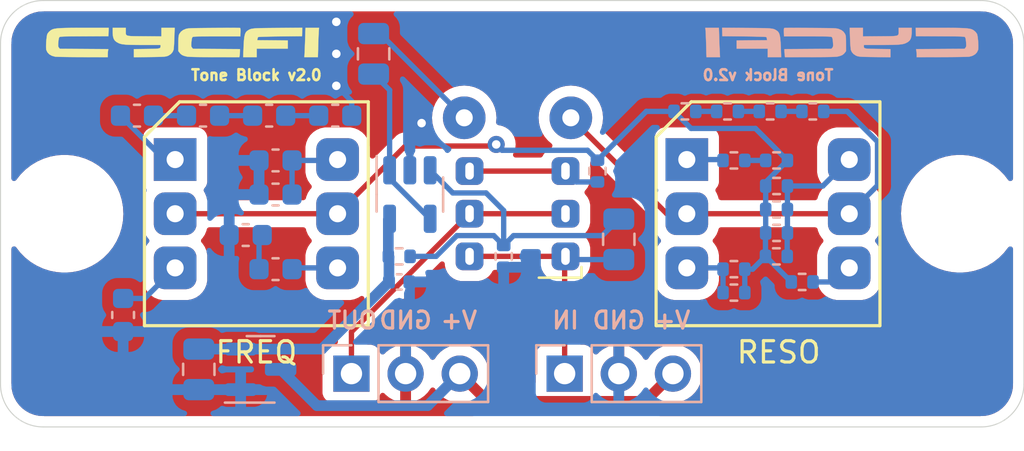
<source format=kicad_pcb>
(kicad_pcb (version 20211014) (generator pcbnew)
  (layers (0 "F.Cu" signal) (31 "B.Cu" signal) (34 "B.Paste" user) (35 "F.Paste" user) (36 "B.SilkS" user "B.Silkscreen") (37 "F.SilkS" user "F.Silkscreen") (38 "B.Mask" user) (39 "F.Mask" user) (44 "Edge.Cuts" user))
  (net 0 "")
  (net 1 "GND")
  (net 2 "reso_in")
  (net 3 "in")
  (net 4 "vcc")
  (net 5 "Net-(L1-Pad2)")
  (net 6 "out")
  (net 7 "v+")
  (net 8 "reso_out")
  (net 9 "/op+")
  (net 10 "/op_out")
  (net 11 "Net-(Q1-Pad8)")
  (net 12 "Net-(Q1-Pad4)")
  (net 13 "Net-(Q1-Pad2)")
  (net 14 "Net-(Q1-Pad1)")
  (net 15 "Net-(C10-Pad1)")
  (net 16 "Net-(C11-Pad1)")
  (net 17 "Net-(C10-Pad2)")
  (net 18 "Net-(C12-Pad2)")
  (net 19 "Net-(R3-Pad2)")
  (net 20 "Net-(R4-Pad2)")
  (net 21 "Net-(R5-Pad2)")
  (net 22 "Net-(R7-Pad2)")
  (net 23 "Net-(C5-Pad1)")
  (net 24 "Net-(C6-Pad1)")
  (net 25 "Net-(C7-Pad1)")
  (net 26 "Net-(C8-Pad1)")
  (net 27 "Net-(Freq1-PadC)")
  (footprint "cycfi_library:RS32716" (layer "F.Cu") (at 193 111)
    (fp_text reference "Freq1" hide)
    (fp_text value "RS32716C" hide)
    (fp_line (start 5.25 5.25) (end -5.25 5.25) (layer "F.SilkS") (width 0.15))
    (fp_line (start 5.25 -5.25) (end 5.25 5.25) (layer "F.SilkS") (width 0.15))
    (fp_line (start -5.25 -3.6) (end -3.6 -5.25) (layer "F.SilkS") (width 0.15))
    (fp_line (start -5.25 5.25) (end -5.25 -3.6) (layer "F.SilkS") (width 0.15))
    (fp_line (start -3.6 -5.25) (end 5.25 -5.25) (layer "F.SilkS") (width 0.15))
    (pad "1" thru_hole rect (at -3.81 -2.54) (size 2 2) (drill 0.8) (layers *.Cu *.Mask) (net 23 "Net-(C5-Pad1)"))
    (pad "2" thru_hole roundrect (at 3.81 2.54) (size 2 2) (drill 0.8) (layers *.Cu *.Mask) (net 24 "Net-(C6-Pad1)"))
    (pad "4" thru_hole roundrect (at -3.81 2.54) (size 2 2) (drill 0.8) (layers *.Cu *.Mask) (net 25 "Net-(C7-Pad1)"))
    (pad "8" thru_hole roundrect (at 3.81 -2.54) (size 2 2) (drill 0.8) (layers *.Cu *.Mask) (net 26 "Net-(C8-Pad1)"))
    (pad "C" thru_hole roundrect (at -3.81 0) (size 2 2) (drill 0.8) (layers *.Cu *.Mask) (net 27 "Net-(Freq1-PadC)"))
    (pad "C" thru_hole roundrect (at 3.81 0) (size 2 2) (drill 0.8) (layers *.Cu *.Mask) (net 27 "Net-(Freq1-PadC)"))
  )
  (footprint "cycfi_library:self_clinching_m3" (layer "F.Cu") (at 184 111)
    (fp_text reference "H1" hide)
    (fp_text value "MountingHole" hide)
    (pad "" np_thru_hole circle (at 0 0) (size 4.5 4.5) (drill 4.5) (layers *.Cu *.Mask))
  )
  (footprint "cycfi_library:RS32716" (layer "F.Cu") (at 217 111)
    (fp_text reference "Q1" hide)
    (fp_text value "RS32716R" hide)
    (fp_line (start -5.25 5.25) (end -5.25 -3.6) (layer "F.SilkS") (width 0.15))
    (fp_line (start -5.25 -3.6) (end -3.6 -5.25) (layer "F.SilkS") (width 0.15))
    (fp_line (start 5.25 -5.25) (end 5.25 5.25) (layer "F.SilkS") (width 0.15))
    (fp_line (start 5.25 5.25) (end -5.25 5.25) (layer "F.SilkS") (width 0.15))
    (fp_line (start -3.6 -5.25) (end 5.25 -5.25) (layer "F.SilkS") (width 0.15))
    (pad "1" thru_hole rect (at -3.81 -2.54) (size 2 2) (drill 0.8) (layers *.Cu *.Mask) (net 14 "Net-(Q1-Pad1)"))
    (pad "2" thru_hole roundrect (at 3.81 2.54) (size 2 2) (drill 0.8) (layers *.Cu *.Mask) (net 13 "Net-(Q1-Pad2)"))
    (pad "4" thru_hole roundrect (at -3.81 2.54) (size 2 2) (drill 0.8) (layers *.Cu *.Mask) (net 12 "Net-(Q1-Pad4)"))
    (pad "8" thru_hole roundrect (at 3.81 -2.54) (size 2 2) (drill 0.8) (layers *.Cu *.Mask) (net 11 "Net-(Q1-Pad8)"))
    (pad "C" thru_hole roundrect (at 3.81 0) (size 2 2) (drill 0.8) (layers *.Cu *.Mask) (net 5 "Net-(L1-Pad2)"))
    (pad "C" thru_hole roundrect (at -3.81 0) (size 2 2) (drill 0.8) (layers *.Cu *.Mask) (net 5 "Net-(L1-Pad2)"))
  )
  (footprint "cycfi_library:cycfi-logo-12mm" (layer "F.Cu") (at 189.5 103)
    (fp_text reference "G***" hide)
    (fp_text value "LOGO" hide)
    (fp_poly (pts (xy 6.427196 -0.555625) (xy 6.422937 -0.487314) (xy 6.418036 -0.385011) (xy 6.412818 -0.257049) (xy 6.40761 -0.111758) (xy 6.40274 0.042531) (xy 6.400214 0.132292) (xy 6.38617 0.656167) (xy 5.751894 0.656167) (xy 5.764853 0.407459) (xy 5.769694 0.305374) (xy 5.775268 0.172888) (xy 5.781114 0.021915) (xy 5.786769 -0.135631) (xy 5.791541 -0.280458) (xy 5.805271 -0.719666) (xy 6.440133 -0.719666) (xy 6.427196 -0.555625)) (layer "F.SilkS") (width 0.01) (fill solid))
    (fp_poly (pts (xy -3.433497 -0.523875) (xy -3.439583 -0.328083) (xy -4.574176 -0.322609) (xy -4.823285 -0.321327) (xy -5.03347 -0.320001) (xy -5.208141 -0.318508) (xy -5.350708 -0.316723) (xy -5.46458 -0.314524) (xy -5.553168 -0.311786) (xy -5.61988 -0.308387) (xy -5.668126 -0.304202) (xy -5.701317 -0.299108) (xy -5.722861 -0.292981) (xy -5.736168 -0.285698) (xy -5.742025 -0.280276) (xy -5.762828 -0.235783) (xy -5.778991 -0.152616) (xy -5.789938 -0.042333) (xy -5.796037 0.053263) (xy -5.79682 0.116947) (xy -5.791149 0.158934) (xy -5.777888 0.18944) (xy -5.761682 0.211667) (xy -5.718769 0.264584) (xy -4.58194 0.271367) (xy -3.445112 0.278151) (xy -3.45799 0.356034) (xy -3.465768 0.425199) (xy -3.470481 0.50958) (xy -3.4711 0.545042) (xy -3.471333 0.656167) (xy -4.651375 0.653692) (xy -4.874741 0.652897) (xy -5.088305 0.65151) (xy -5.287778 0.649601) (xy -5.46887 0.64724) (xy -5.62729 0.644496) (xy -5.758751 0.641441) (xy -5.858961 0.638144) (xy -5.92363 0.634675) (xy -5.943241 0.632599) (xy -6.091356 0.591407) (xy -6.211051 0.523044) (xy -6.299432 0.429729) (xy -6.352026 0.319085) (xy -6.360918 0.260719) (xy -6.364185 0.172024) (xy -6.362512 0.063127) (xy -6.356581 -0.055848) (xy -6.347076 -0.174775) (xy -6.334681 -0.283528) (xy -6.320079 -0.371982) (xy -6.303955 -0.430012) (xy -6.301019 -0.436303) (xy -6.233427 -0.528814) (xy -6.14091 -0.606798) (xy -6.074602 -0.64263) (xy -6.030154 -0.658778) (xy -5.977749 -0.672584) (xy -5.913992 -0.684218) (xy -5.835494 -0.693851) (xy -5.738861 -0.701656) (xy -5.620701 -0.707802) (xy -5.477623 -0.712462) (xy -5.306233 -0.715807) (xy -5.103142 -0.718008) (xy -4.864955 -0.719235) (xy -4.588281 -0.719661) (xy -4.548507 -0.719666) (xy -3.427411 -0.719666) (xy -3.433497 -0.523875)) (layer "F.SilkS") (width 0.01) (fill solid))
    (fp_poly (pts (xy 5.647022 -0.525349) (xy 5.640917 -0.328083) (xy 4.620668 -0.3175) (xy 4.373222 -0.314499) (xy 4.155546 -0.310966) (xy 3.969629 -0.306961) (xy 3.817462 -0.302545) (xy 3.701035 -0.297778) (xy 3.622339 -0.292722) (xy 3.583365 -0.287438) (xy 3.579647 -0.28575) (xy 3.562517 -0.250644) (xy 3.552145 -0.201083) (xy 3.545417 -0.137583) (xy 4.974167 -0.126437) (xy 4.974167 0.254) (xy 3.513667 0.254) (xy 3.513667 0.656167) (xy 2.884029 0.656167) (xy 2.893366 0.365125) (xy 2.901406 0.147314) (xy 2.910825 -0.032472) (xy 2.922507 -0.17854) (xy 2.937334 -0.295194) (xy 2.956186 -0.386742) (xy 2.979947 -0.457489) (xy 3.009498 -0.51174) (xy 3.045721 -0.553801) (xy 3.088463 -0.587291) (xy 3.126564 -0.612116) (xy 3.162878 -0.633239) (xy 3.201054 -0.650986) (xy 3.244737 -0.665683) (xy 3.297576 -0.677656) (xy 3.363218 -0.687231) (xy 3.445308 -0.694733) (xy 3.547496 -0.700487) (xy 3.673428 -0.70482) (xy 3.82675 -0.708057) (xy 4.011111 -0.710524) (xy 4.230158 -0.712546) (xy 4.487537 -0.714449) (xy 4.514606 -0.714639) (xy 5.653128 -0.722613) (xy 5.647022 -0.525349)) (layer "F.SilkS") (width 0.01) (fill solid))
    (fp_poly (pts (xy -2.624666 -0.564197) (xy -2.625263 -0.506358) (xy -2.624542 -0.458817) (xy -2.618735 -0.420537) (xy -2.604073 -0.390483) (xy -2.57679 -0.367618) (xy -2.533117 -0.350906) (xy -2.469286 -0.339312) (xy -2.381529 -0.331799) (xy -2.266079 -0.32733) (xy -2.119167 -0.324871) (xy -1.937025 -0.323385) (xy -1.744052 -0.322055) (xy -0.9525 -0.316027) (xy -0.9525 -0.719666) (xy -0.332129 -0.719666) (xy -0.347027 -0.248708) (xy -0.352474 -0.105526) (xy -0.359294 0.028892) (xy -0.366963 0.146846) (xy -0.374957 0.24064) (xy -0.382753 0.302574) (xy -0.385404 0.315567) (xy -0.431879 0.418739) (xy -0.512013 0.509534) (xy -0.617327 0.579636) (xy -0.681458 0.605888) (xy -0.717996 0.616114) (xy -0.762052 0.62449) (xy -0.818388 0.631272) (xy -0.891761 0.636716) (xy -0.986931 0.641081) (xy -1.108656 0.644623) (xy -1.261696 0.647598) (xy -1.450809 0.650264) (xy -1.518708 0.651082) (xy -2.243666 0.659555) (xy -2.243666 0.278655) (xy -1.654219 0.271619) (xy -1.469956 0.269181) (xy -1.323652 0.266196) (xy -1.210932 0.261828) (xy -1.127425 0.255241) (xy -1.068755 0.245599) (xy -1.030549 0.232065) (xy -1.008433 0.213805) (xy -0.998034 0.189981) (xy -0.994979 0.159759) (xy -0.994833 0.145575) (xy -0.994833 0.084667) (xy -1.772708 0.084013) (xy -2.015639 0.083284) (xy -2.220426 0.081341) (xy -2.391245 0.077887) (xy -2.532276 0.072621) (xy -2.647698 0.065248) (xy -2.741688 0.055469) (xy -2.818425 0.042985) (xy -2.882087 0.027499) (xy -2.936853 0.008712) (xy -2.959072 -0.000616) (xy -3.065769 -0.058164) (xy -3.143268 -0.126926) (xy -3.195253 -0.213675) (xy -3.22541 -0.325181) (xy -3.237424 -0.468217) (xy -3.238035 -0.513291) (xy -3.2385 -0.719666) (xy -2.624666 -0.719666) (xy -2.624666 -0.564197)) (layer "F.SilkS") (width 0.01) (fill solid))
    (fp_poly (pts (xy 2.458289 -0.717293) (xy 2.579643 -0.716703) (xy 2.669247 -0.715753) (xy 2.723241 -0.714444) (xy 2.738007 -0.713246) (xy 2.750615 -0.688425) (xy 2.756507 -0.625109) (xy 2.755822 -0.521694) (xy 2.755456 -0.510748) (xy 2.748662 -0.3175) (xy 1.642195 -0.3175) (xy 1.396808 -0.317428) (xy 1.190284 -0.317135) (xy 1.019152 -0.316507) (xy 0.879941 -0.315427) (xy 0.76918 -0.31378) (xy 0.6834 -0.311452) (xy 0.619129 -0.308326) (xy 0.572897 -0.304288) (xy 0.541233 -0.299223) (xy 0.520666 -0.293014) (xy 0.507727 -0.285548) (xy 0.501437 -0.279609) (xy 0.480977 -0.238706) (xy 0.465454 -0.164463) (xy 0.454005 -0.052619) (xy 0.453209 -0.041484) (xy 0.447454 0.053968) (xy 0.446959 0.117538) (xy 0.452902 0.15948) (xy 0.466464 0.190049) (xy 0.482335 0.211667) (xy 0.525398 0.264584) (xy 2.7305 0.2782) (xy 2.7305 0.368979) (xy 2.727317 0.450662) (xy 2.719428 0.539093) (xy 2.71704 0.557963) (xy 2.703579 0.656167) (xy 1.526415 0.654484) (xy 1.251761 0.653839) (xy 1.016478 0.652705) (xy 0.817604 0.651012) (xy 0.652178 0.648694) (xy 0.51724 0.645682) (xy 0.409827 0.64191) (xy 0.32698 0.637308) (xy 0.265738 0.63181) (xy 0.223138 0.625347) (xy 0.219468 0.624575) (xy 0.098793 0.592132) (xy 0.009362 0.551688) (xy -0.059866 0.497244) (xy -0.099447 0.451258) (xy -0.15875 0.373305) (xy -0.157507 0.012028) (xy -0.156612 -0.12237) (xy -0.15446 -0.221985) (xy -0.150256 -0.294363) (xy -0.143203 -0.347051) (xy -0.132506 -0.387597) (xy -0.11737 -0.423547) (xy -0.110077 -0.437982) (xy -0.03867 -0.537444) (xy 0.06206 -0.613809) (xy 0.1905 -0.668872) (xy 0.218662 -0.677053) (xy 0.251395 -0.684041) (xy 0.292246 -0.689957) (xy 0.344758 -0.694926) (xy 0.412477 -0.699069) (xy 0.498947 -0.70251) (xy 0.607713 -0.705372) (xy 0.74232 -0.707778) (xy 0.906311 -0.70985) (xy 1.103233 -0.711713) (xy 1.336629 -0.713487) (xy 1.510341 -0.714657) (xy 1.732554 -0.715943) (xy 1.942316 -0.716846) (xy 2.135765 -0.717368) (xy 2.309043 -0.717516) (xy 2.458289 -0.717293)) (layer "F.SilkS") (width 0.01) (fill solid))
  )
  (footprint "cycfi_library:self_clinching_m3" (layer "F.Cu") (at 226 111)
    (fp_text reference "H2" hide)
    (fp_text value "MountingHole" hide)
    (pad "" np_thru_hole circle (at 0 0) (size 4.5 4.5) (drill 4.5) (layers *.Cu *.Mask))
  )
  (footprint "cycfi_library:PS5801" (layer "F.Cu") (at 207.5 113)
    (fp_text reference "SW1" hide)
    (fp_text value "DPDT")
    (fp_line (start -1.25 1) (end 0.75 1) (layer "F.SilkS") (width 0.12))
    (fp_line (start 0.75 1) (end 0.75 0.5) (layer "F.SilkS") (width 0.12))
    (pad "1" thru_hole roundrect (at 0 0) (size 1.3 1.3) (drill oval 0.4 0.8) (layers *.Cu *.Mask) (net 3 "in"))
    (pad "2" thru_hole roundrect (at 0 -2) (size 1.3 1.3) (drill oval 0.4 0.8) (layers *.Cu *.Mask) (net 6 "out"))
    (pad "3" thru_hole roundrect (at 0 -4) (size 1.3 1.3) (drill oval 0.4 0.8) (layers *.Cu *.Mask) (net 8 "reso_out"))
    (pad "4" thru_hole roundrect (at -4.5 0) (size 1.3 1.3) (drill oval 0.4 0.8) (layers *.Cu *.Mask) (net 3 "in"))
    (pad "5" thru_hole roundrect (at -4.5 -2) (size 1.3 1.3) (drill oval 0.4 0.8) (layers *.Cu *.Mask) (net 6 "out"))
    (pad "6" thru_hole roundrect (at -4.5 -4) (size 1.3 1.3) (drill oval 0.4 0.8) (layers *.Cu *.Mask) (net 8 "reso_out"))
  )
  (footprint "Capacitor_SMD:C_0402_1005Metric" (layer "B.Cu") (at 199.7 114.2 180)
    (fp_text reference "C2" hide)
    (fp_text value "100nF")
    (fp_line (start -0.107836 0.36) (end 0.107836 0.36) (layer "B.SilkS") (width 0.12))
    (fp_line (start -0.107836 -0.36) (end 0.107836 -0.36) (layer "B.SilkS") (width 0.12))
    (pad "1" smd roundrect (at -0.48 0 180) (size 0.56 0.62) (layers "B.Cu" "B.Paste" "B.Mask") (net 1 "GND"))
    (pad "2" smd roundrect (at 0.48 0 180) (size 0.56 0.62) (layers "B.Cu" "B.Paste" "B.Mask") (net 4 "vcc"))
  )
  (footprint "Capacitor_SMD:C_0805_2012Metric" (layer "B.Cu") (at 210 112.2 -90)
    (fp_text reference "C3" hide)
    (fp_text value "10uF")
    (fp_line (start -0.261252 -0.735) (end 0.261252 -0.735) (layer "B.SilkS") (width 0.12))
    (fp_line (start -0.261252 0.735) (end 0.261252 0.735) (layer "B.SilkS") (width 0.12))
    (pad "1" smd roundrect (at -0.95 0 270) (size 1 1.45) (layers "B.Cu" "B.Paste" "B.Mask") (net 9 "/op+"))
    (pad "2" smd roundrect (at 0.95 0 270) (size 1 1.45) (layers "B.Cu" "B.Paste" "B.Mask") (net 3 "in"))
  )
  (footprint "cycfi_library:tb_inductor" (layer "B.Cu") (at 205.25 106.5)
    (fp_text reference "L1" hide)
    (fp_text value "80mH")
    (pad "1" thru_hole circle (at -2.5 0) (size 2 2) (drill 0.8) (layers *.Cu *.Mask) (net 2 "reso_in"))
    (pad "2" thru_hole circle (at 2.5 0) (size 2 2) (drill 0.8) (layers *.Cu *.Mask) (net 5 "Net-(L1-Pad2)"))
  )
  (footprint "Resistor_SMD:R_0402_1005Metric" (layer "B.Cu") (at 204.6 113 -90)
    (fp_text reference "R2" hide)
    (fp_text value "100k")
    (fp_line (start -0.153641 0.38) (end 0.153641 0.38) (layer "B.SilkS") (width 0.12))
    (fp_line (start -0.153641 -0.38) (end 0.153641 -0.38) (layer "B.SilkS") (width 0.12))
    (pad "1" smd roundrect (at -0.51 0 270) (size 0.54 0.64) (layers "B.Cu" "B.Paste" "B.Mask") (net 9 "/op+"))
    (pad "2" smd roundrect (at 0.51 0 270) (size 0.54 0.64) (layers "B.Cu" "B.Paste" "B.Mask") (net 1 "GND"))
  )
  (footprint "Resistor_SMD:R_0402_1005Metric" (layer "B.Cu") (at 213.1 106.2)
    (fp_text reference "R3" hide)
    (fp_text value "330")
    (fp_line (start -0.153641 -0.38) (end 0.153641 -0.38) (layer "B.SilkS") (width 0.12))
    (fp_line (start -0.153641 0.38) (end 0.153641 0.38) (layer "B.SilkS") (width 0.12))
    (pad "1" smd roundrect (at -0.51 0) (size 0.54 0.64) (layers "B.Cu" "B.Paste" "B.Mask") (net 27 "Net-(Freq1-PadC)"))
    (pad "2" smd roundrect (at 0.51 0) (size 0.54 0.64) (layers "B.Cu" "B.Paste" "B.Mask") (net 19 "Net-(R3-Pad2)"))
  )
  (footprint "Resistor_SMD:R_0402_1005Metric" (layer "B.Cu") (at 215.1 106.2)
    (fp_text reference "R4" hide)
    (fp_text value "330")
    (fp_line (start -0.153641 0.38) (end 0.153641 0.38) (layer "B.SilkS") (width 0.12))
    (fp_line (start -0.153641 -0.38) (end 0.153641 -0.38) (layer "B.SilkS") (width 0.12))
    (pad "1" smd roundrect (at -0.51 0) (size 0.54 0.64) (layers "B.Cu" "B.Paste" "B.Mask") (net 19 "Net-(R3-Pad2)"))
    (pad "2" smd roundrect (at 0.51 0) (size 0.54 0.64) (layers "B.Cu" "B.Paste" "B.Mask") (net 20 "Net-(R4-Pad2)"))
  )
  (footprint "Resistor_SMD:R_0402_1005Metric" (layer "B.Cu") (at 217.1 106.2)
    (fp_text reference "R5" hide)
    (fp_text value "330")
    (fp_line (start -0.153641 0.38) (end 0.153641 0.38) (layer "B.SilkS") (width 0.12))
    (fp_line (start -0.153641 -0.38) (end 0.153641 -0.38) (layer "B.SilkS") (width 0.12))
    (pad "1" smd roundrect (at -0.51 0) (size 0.54 0.64) (layers "B.Cu" "B.Paste" "B.Mask") (net 20 "Net-(R4-Pad2)"))
    (pad "2" smd roundrect (at 0.51 0) (size 0.54 0.64) (layers "B.Cu" "B.Paste" "B.Mask") (net 21 "Net-(R5-Pad2)"))
  )
  (footprint "Resistor_SMD:R_0402_1005Metric" (layer "B.Cu") (at 219.1 106.2)
    (fp_text reference "R6" hide)
    (fp_text value "330")
    (fp_line (start -0.153641 -0.38) (end 0.153641 -0.38) (layer "B.SilkS") (width 0.12))
    (fp_line (start -0.153641 0.38) (end 0.153641 0.38) (layer "B.SilkS") (width 0.12))
    (pad "1" smd roundrect (at -0.51 0) (size 0.54 0.64) (layers "B.Cu" "B.Paste" "B.Mask") (net 21 "Net-(R5-Pad2)"))
    (pad "2" smd roundrect (at 0.51 0) (size 0.54 0.64) (layers "B.Cu" "B.Paste" "B.Mask") (net 5 "Net-(L1-Pad2)"))
  )
  (footprint "Resistor_SMD:R_0402_1005Metric" (layer "B.Cu") (at 199.7 113)
    (fp_text reference "R1" hide)
    (fp_text value "100k")
    (fp_line (start -0.153641 0.38) (end 0.153641 0.38) (layer "B.SilkS") (width 0.12))
    (fp_line (start -0.153641 -0.38) (end 0.153641 -0.38) (layer "B.SilkS") (width 0.12))
    (pad "1" smd roundrect (at -0.51 0) (size 0.54 0.64) (layers "B.Cu" "B.Paste" "B.Mask") (net 4 "vcc"))
    (pad "2" smd roundrect (at 0.51 0) (size 0.54 0.64) (layers "B.Cu" "B.Paste" "B.Mask") (net 9 "/op+"))
  )
  (footprint "Capacitor_SMD:C_0805_2012Metric" (layer "B.Cu") (at 190.3 118.3 90)
    (fp_text reference "C1" hide)
    (fp_text value "4.7uF")
    (fp_line (start -0.261252 0.735) (end 0.261252 0.735) (layer "B.SilkS") (width 0.12))
    (fp_line (start -0.261252 -0.735) (end 0.261252 -0.735) (layer "B.SilkS") (width 0.12))
    (pad "1" smd roundrect (at -0.95 0 90) (size 1 1.45) (layers "B.Cu" "B.Paste" "B.Mask") (net 1 "GND"))
    (pad "2" smd roundrect (at 0.95 0 90) (size 1 1.45) (layers "B.Cu" "B.Paste" "B.Mask") (net 4 "vcc"))
  )
  (footprint "Connector_PinHeader_2.54mm:PinHeader_1x03_P2.54mm_Vertical" (layer "B.Cu") (at 210 118.5 -90)
    (fp_text reference "J1" hide)
    (fp_text value "conn_1x3")
    (fp_line (start -1.33 1.27) (end 1.33 1.27) (layer "B.SilkS") (width 0.12))
    (fp_line (start 1.33 1.27) (end 1.33 -3.87) (layer "B.SilkS") (width 0.12))
    (fp_line (start -1.33 1.27) (end -1.33 -3.87) (layer "B.SilkS") (width 0.12))
    (fp_line (start -1.33 -3.87) (end 1.33 -3.87) (layer "B.SilkS") (width 0.12))
    (fp_line (start -1.33 3.87) (end 0 3.87) (layer "B.SilkS") (width 0.12))
    (fp_line (start -1.33 2.54) (end -1.33 3.87) (layer "B.SilkS") (width 0.12))
    (pad "1" thru_hole rect (at 0 2.54 270) (size 1.7 1.7) (drill 1) (layers *.Cu *.Mask) (net 3 "in"))
    (pad "2" thru_hole oval (at 0 0 270) (size 1.7 1.7) (drill 1) (layers *.Cu *.Mask) (net 1 "GND"))
    (pad "3" thru_hole oval (at 0 -2.54 270) (size 1.7 1.7) (drill 1) (layers *.Cu *.Mask) (net 7 "v+"))
  )
  (footprint "cycfi_library:cycfi-logo-12mm" (layer "B.Cu") (at 220.5 103 180)
    (fp_text reference "G***" hide)
    (fp_text value "LOGO" hide)
    (fp_poly (pts (xy 6.427196 0.555625) (xy 6.422937 0.487314) (xy 6.418036 0.385011) (xy 6.412818 0.257049) (xy 6.40761 0.111758) (xy 6.40274 -0.042531) (xy 6.400214 -0.132292) (xy 6.38617 -0.656167) (xy 5.751894 -0.656167) (xy 5.764853 -0.407459) (xy 5.769694 -0.305374) (xy 5.775268 -0.172888) (xy 5.781114 -0.021915) (xy 5.786769 0.135631) (xy 5.791541 0.280458) (xy 5.805271 0.719666) (xy 6.440133 0.719666) (xy 6.427196 0.555625)) (layer "B.SilkS") (width 0.01) (fill solid))
    (fp_poly (pts (xy 5.647022 0.525349) (xy 5.640917 0.328083) (xy 4.620668 0.3175) (xy 4.373222 0.314499) (xy 4.155546 0.310966) (xy 3.969629 0.306961) (xy 3.817462 0.302545) (xy 3.701035 0.297778) (xy 3.622339 0.292722) (xy 3.583365 0.287438) (xy 3.579647 0.28575) (xy 3.562517 0.250644) (xy 3.552145 0.201083) (xy 3.545417 0.137583) (xy 4.974167 0.126437) (xy 4.974167 -0.254) (xy 3.513667 -0.254) (xy 3.513667 -0.656167) (xy 2.884029 -0.656167) (xy 2.893366 -0.365125) (xy 2.901406 -0.147314) (xy 2.910825 0.032472) (xy 2.922507 0.17854) (xy 2.937334 0.295194) (xy 2.956186 0.386742) (xy 2.979947 0.457489) (xy 3.009498 0.51174) (xy 3.045721 0.553801) (xy 3.088463 0.587291) (xy 3.126564 0.612116) (xy 3.162878 0.633239) (xy 3.201054 0.650986) (xy 3.244737 0.665683) (xy 3.297576 0.677656) (xy 3.363218 0.687231) (xy 3.445308 0.694733) (xy 3.547496 0.700487) (xy 3.673428 0.70482) (xy 3.82675 0.708057) (xy 4.011111 0.710524) (xy 4.230158 0.712546) (xy 4.487537 0.714449) (xy 4.514606 0.714639) (xy 5.653128 0.722613) (xy 5.647022 0.525349)) (layer "B.SilkS") (width 0.01) (fill solid))
    (fp_poly (pts (xy -3.433497 0.523875) (xy -3.439583 0.328083) (xy -4.574176 0.322609) (xy -4.823285 0.321327) (xy -5.03347 0.320001) (xy -5.208141 0.318508) (xy -5.350708 0.316723) (xy -5.46458 0.314524) (xy -5.553168 0.311786) (xy -5.61988 0.308387) (xy -5.668126 0.304202) (xy -5.701317 0.299108) (xy -5.722861 0.292981) (xy -5.736168 0.285698) (xy -5.742025 0.280276) (xy -5.762828 0.235783) (xy -5.778991 0.152616) (xy -5.789938 0.042333) (xy -5.796037 -0.053263) (xy -5.79682 -0.116947) (xy -5.791149 -0.158934) (xy -5.777888 -0.18944) (xy -5.761682 -0.211667) (xy -5.718769 -0.264584) (xy -4.58194 -0.271367) (xy -3.445112 -0.278151) (xy -3.45799 -0.356034) (xy -3.465768 -0.425199) (xy -3.470481 -0.50958) (xy -3.4711 -0.545042) (xy -3.471333 -0.656167) (xy -4.651375 -0.653692) (xy -4.874741 -0.652897) (xy -5.088305 -0.65151) (xy -5.287778 -0.649601) (xy -5.46887 -0.64724) (xy -5.62729 -0.644496) (xy -5.758751 -0.641441) (xy -5.858961 -0.638144) (xy -5.92363 -0.634675) (xy -5.943241 -0.632599) (xy -6.091356 -0.591407) (xy -6.211051 -0.523044) (xy -6.299432 -0.429729) (xy -6.352026 -0.319085) (xy -6.360918 -0.260719) (xy -6.364185 -0.172024) (xy -6.362512 -0.063127) (xy -6.356581 0.055848) (xy -6.347076 0.174775) (xy -6.334681 0.283528) (xy -6.320079 0.371982) (xy -6.303955 0.430012) (xy -6.301019 0.436303) (xy -6.233427 0.528814) (xy -6.14091 0.606798) (xy -6.074602 0.64263) (xy -6.030154 0.658778) (xy -5.977749 0.672584) (xy -5.913992 0.684218) (xy -5.835494 0.693851) (xy -5.738861 0.701656) (xy -5.620701 0.707802) (xy -5.477623 0.712462) (xy -5.306233 0.715807) (xy -5.103142 0.718008) (xy -4.864955 0.719235) (xy -4.588281 0.719661) (xy -4.548507 0.719666) (xy -3.427411 0.719666) (xy -3.433497 0.523875)) (layer "B.SilkS") (width 0.01) (fill solid))
    (fp_poly (pts (xy 2.458289 0.717293) (xy 2.579643 0.716703) (xy 2.669247 0.715753) (xy 2.723241 0.714444) (xy 2.738007 0.713246) (xy 2.750615 0.688425) (xy 2.756507 0.625109) (xy 2.755822 0.521694) (xy 2.755456 0.510748) (xy 2.748662 0.3175) (xy 1.642195 0.3175) (xy 1.396808 0.317428) (xy 1.190284 0.317135) (xy 1.019152 0.316507) (xy 0.879941 0.315427) (xy 0.76918 0.31378) (xy 0.6834 0.311452) (xy 0.619129 0.308326) (xy 0.572897 0.304288) (xy 0.541233 0.299223) (xy 0.520666 0.293014) (xy 0.507727 0.285548) (xy 0.501437 0.279609) (xy 0.480977 0.238706) (xy 0.465454 0.164463) (xy 0.454005 0.052619) (xy 0.453209 0.041484) (xy 0.447454 -0.053968) (xy 0.446959 -0.117538) (xy 0.452902 -0.15948) (xy 0.466464 -0.190049) (xy 0.482335 -0.211667) (xy 0.525398 -0.264584) (xy 2.7305 -0.2782) (xy 2.7305 -0.368979) (xy 2.727317 -0.450662) (xy 2.719428 -0.539093) (xy 2.71704 -0.557963) (xy 2.703579 -0.656167) (xy 1.526415 -0.654484) (xy 1.251761 -0.653839) (xy 1.016478 -0.652705) (xy 0.817604 -0.651012) (xy 0.652178 -0.648694) (xy 0.51724 -0.645682) (xy 0.409827 -0.64191) (xy 0.32698 -0.637308) (xy 0.265738 -0.63181) (xy 0.223138 -0.625347) (xy 0.219468 -0.624575) (xy 0.098793 -0.592132) (xy 0.009362 -0.551688) (xy -0.059866 -0.497244) (xy -0.099447 -0.451258) (xy -0.15875 -0.373305) (xy -0.157507 -0.012028) (xy -0.156612 0.12237) (xy -0.15446 0.221985) (xy -0.150256 0.294363) (xy -0.143203 0.347051) (xy -0.132506 0.387597) (xy -0.11737 0.423547) (xy -0.110077 0.437982) (xy -0.03867 0.537444) (xy 0.06206 0.613809) (xy 0.1905 0.668872) (xy 0.218662 0.677053) (xy 0.251395 0.684041) (xy 0.292246 0.689957) (xy 0.344758 0.694926) (xy 0.412477 0.699069) (xy 0.498947 0.70251) (xy 0.607713 0.705372) (xy 0.74232 0.707778) (xy 0.906311 0.70985) (xy 1.103233 0.711713) (xy 1.336629 0.713487) (xy 1.510341 0.714657) (xy 1.732554 0.715943) (xy 1.942316 0.716846) (xy 2.135765 0.717368) (xy 2.309043 0.717516) (xy 2.458289 0.717293)) (layer "B.SilkS") (width 0.01) (fill solid))
    (fp_poly (pts (xy -2.624666 0.564197) (xy -2.625263 0.506358) (xy -2.624542 0.458817) (xy -2.618735 0.420537) (xy -2.604073 0.390483) (xy -2.57679 0.367618) (xy -2.533117 0.350906) (xy -2.469286 0.339312) (xy -2.381529 0.331799) (xy -2.266079 0.32733) (xy -2.119167 0.324871) (xy -1.937025 0.323385) (xy -1.744052 0.322055) (xy -0.9525 0.316027) (xy -0.9525 0.719666) (xy -0.332129 0.719666) (xy -0.347027 0.248708) (xy -0.352474 0.105526) (xy -0.359294 -0.028892) (xy -0.366963 -0.146846) (xy -0.374957 -0.24064) (xy -0.382753 -0.302574) (xy -0.385404 -0.315567) (xy -0.431879 -0.418739) (xy -0.512013 -0.509534) (xy -0.617327 -0.579636) (xy -0.681458 -0.605888) (xy -0.717996 -0.616114) (xy -0.762052 -0.62449) (xy -0.818388 -0.631272) (xy -0.891761 -0.636716) (xy -0.986931 -0.641081) (xy -1.108656 -0.644623) (xy -1.261696 -0.647598) (xy -1.450809 -0.650264) (xy -1.518708 -0.651082) (xy -2.243666 -0.659555) (xy -2.243666 -0.278655) (xy -1.654219 -0.271619) (xy -1.469956 -0.269181) (xy -1.323652 -0.266196) (xy -1.210932 -0.261828) (xy -1.127425 -0.255241) (xy -1.068755 -0.245599) (xy -1.030549 -0.232065) (xy -1.008433 -0.213805) (xy -0.998034 -0.189981) (xy -0.994979 -0.159759) (xy -0.994833 -0.145575) (xy -0.994833 -0.084667) (xy -1.772708 -0.084013) (xy -2.015639 -0.083284) (xy -2.220426 -0.081341) (xy -2.391245 -0.077887) (xy -2.532276 -0.072621) (xy -2.647698 -0.065248) (xy -2.741688 -0.055469) (xy -2.818425 -0.042985) (xy -2.882087 -0.027499) (xy -2.936853 -0.008712) (xy -2.959072 0.000616) (xy -3.065769 0.058164) (xy -3.143268 0.126926) (xy -3.195253 0.213675) (xy -3.22541 0.325181) (xy -3.237424 0.468217) (xy -3.238035 0.513291) (xy -3.2385 0.719666) (xy -2.624666 0.719666) (xy -2.624666 0.564197)) (layer "B.SilkS") (width 0.01) (fill solid))
  )
  (footprint "Resistor_SMD:R_0402_1005Metric" (layer "B.Cu") (at 217.4 108.5 180)
    (fp_text reference "R7" hide)
    (fp_text value "330")
    (fp_line (start -0.153641 0.38) (end 0.153641 0.38) (layer "B.SilkS") (width 0.12))
    (fp_line (start -0.153641 -0.38) (end 0.153641 -0.38) (layer "B.SilkS") (width 0.12))
    (pad "1" smd roundrect (at -0.51 0 180) (size 0.54 0.64) (layers "B.Cu" "B.Paste" "B.Mask") (net 27 "Net-(Freq1-PadC)"))
    (pad "2" smd roundrect (at 0.51 0 180) (size 0.54 0.64) (layers "B.Cu" "B.Paste" "B.Mask") (net 22 "Net-(R7-Pad2)"))
  )
  (footprint "Connector_PinHeader_2.54mm:PinHeader_1x03_P2.54mm_Vertical" (layer "B.Cu") (at 200 118.5 -90)
    (fp_text reference "J2" hide)
    (fp_text value "conn_1x3")
    (fp_line (start -1.33 1.27) (end 1.33 1.27) (layer "B.SilkS") (width 0.12))
    (fp_line (start -1.33 -3.87) (end 1.33 -3.87) (layer "B.SilkS") (width 0.12))
    (fp_line (start 1.33 1.27) (end 1.33 -3.87) (layer "B.SilkS") (width 0.12))
    (fp_line (start -1.33 3.87) (end 0 3.87) (layer "B.SilkS") (width 0.12))
    (fp_line (start -1.33 1.27) (end -1.33 -3.87) (layer "B.SilkS") (width 0.12))
    (fp_line (start -1.33 2.54) (end -1.33 3.87) (layer "B.SilkS") (width 0.12))
    (pad "1" thru_hole rect (at 0 2.54 270) (size 1.7 1.7) (drill 1) (layers *.Cu *.Mask) (net 6 "out"))
    (pad "2" thru_hole oval (at 0 0 270) (size 1.7 1.7) (drill 1) (layers *.Cu *.Mask) (net 1 "GND"))
    (pad "3" thru_hole oval (at 0 -2.54 270) (size 1.7 1.7) (drill 1) (layers *.Cu *.Mask) (net 7 "v+"))
  )
  (footprint "Resistor_SMD:R_0402_1005Metric" (layer "B.Cu") (at 215.4 108.5 180)
    (fp_text reference "R9" hide)
    (fp_text value "330")
    (fp_line (start -0.153641 -0.38) (end 0.153641 -0.38) (layer "B.SilkS") (width 0.12))
    (fp_line (start -0.153641 0.38) (end 0.153641 0.38) (layer "B.SilkS") (width 0.12))
    (pad "1" smd roundrect (at -0.51 0 180) (size 0.54 0.64) (layers "B.Cu" "B.Paste" "B.Mask") (net 22 "Net-(R7-Pad2)"))
    (pad "2" smd roundrect (at 0.51 0 180) (size 0.54 0.64) (layers "B.Cu" "B.Paste" "B.Mask") (net 14 "Net-(Q1-Pad1)"))
  )
  (footprint "Resistor_SMD:R_0402_1005Metric" (layer "B.Cu") (at 215.4 113.6 180)
    (fp_text reference "R11" hide)
    (fp_text value "330")
    (fp_line (start -0.153641 0.38) (end 0.153641 0.38) (layer "B.SilkS") (width 0.12))
    (fp_line (start -0.153641 -0.38) (end 0.153641 -0.38) (layer "B.SilkS") (width 0.12))
    (pad "1" smd roundrect (at -0.51 0 180) (size 0.54 0.64) (layers "B.Cu" "B.Paste" "B.Mask") (net 27 "Net-(Freq1-PadC)"))
    (pad "2" smd roundrect (at 0.51 0 180) (size 0.54 0.64) (layers "B.Cu" "B.Paste" "B.Mask") (net 12 "Net-(Q1-Pad4)"))
  )
  (footprint "Capacitor_SMD:C_0603_1608Metric" (layer "B.Cu") (at 193.9 108.5 180)
    (fp_text reference "C8" hide)
    (fp_text value "47nF")
    (fp_line (start -0.14058 0.51) (end 0.14058 0.51) (layer "B.SilkS") (width 0.12))
    (fp_line (start -0.14058 -0.51) (end 0.14058 -0.51) (layer "B.SilkS") (width 0.12))
    (pad "1" smd roundrect (at -0.775 0 180) (size 0.9 0.95) (layers "B.Cu" "B.Paste" "B.Mask") (net 26 "Net-(C8-Pad1)"))
    (pad "2" smd roundrect (at 0.775 0 180) (size 0.9 0.95) (layers "B.Cu" "B.Paste" "B.Mask") (net 1 "GND"))
  )
  (footprint "Resistor_SMD:R_0402_1005Metric" (layer "B.Cu") (at 218.6 114.2)
    (fp_text reference "R10" hide)
    (fp_text value "330")
    (fp_line (start -0.153641 -0.38) (end 0.153641 -0.38) (layer "B.SilkS") (width 0.12))
    (fp_line (start -0.153641 0.38) (end 0.153641 0.38) (layer "B.SilkS") (width 0.12))
    (pad "1" smd roundrect (at -0.51 0) (size 0.54 0.64) (layers "B.Cu" "B.Paste" "B.Mask") (net 27 "Net-(Freq1-PadC)"))
    (pad "2" smd roundrect (at 0.51 0) (size 0.54 0.64) (layers "B.Cu" "B.Paste" "B.Mask") (net 13 "Net-(Q1-Pad2)"))
  )
  (footprint "Resistor_SMD:R_0402_1005Metric" (layer "B.Cu") (at 209 109 -90)
    (fp_text reference "R8" hide)
    (fp_text value "4.7k")
    (fp_line (start -0.153641 0.38) (end 0.153641 0.38) (layer "B.SilkS") (width 0.12))
    (fp_line (start -0.153641 -0.38) (end 0.153641 -0.38) (layer "B.SilkS") (width 0.12))
    (pad "1" smd roundrect (at -0.51 0 270) (size 0.54 0.64) (layers "B.Cu" "B.Paste" "B.Mask") (net 27 "Net-(Freq1-PadC)"))
    (pad "2" smd roundrect (at 0.51 0 270) (size 0.54 0.64) (layers "B.Cu" "B.Paste" "B.Mask") (net 8 "reso_out"))
  )
  (footprint "Package_TO_SOT_SMD:SOT-23" (layer "B.Cu") (at 193.2 118.3)
    (fp_text reference "Q2" hide)
    (fp_text value "LBSS84LT1G")
    (fp_line (start 0 -1.56) (end -0.65 -1.56) (layer "B.SilkS") (width 0.12))
    (fp_line (start 0 -1.56) (end 0.65 -1.56) (layer "B.SilkS") (width 0.12))
    (fp_line (start 0 1.56) (end 0.65 1.56) (layer "B.SilkS") (width 0.12))
    (fp_line (start 0 1.56) (end -1.675 1.56) (layer "B.SilkS") (width 0.12))
    (pad "1" smd roundrect (at -0.9375 0.95) (size 1.475 0.6) (layers "B.Cu" "B.Paste" "B.Mask") (net 1 "GND"))
    (pad "2" smd roundrect (at -0.9375 -0.95) (size 1.475 0.6) (layers "B.Cu" "B.Paste" "B.Mask") (net 4 "vcc"))
    (pad "3" smd roundrect (at 0.9375 0) (size 1.475 0.6) (layers "B.Cu" "B.Paste" "B.Mask") (net 7 "v+"))
  )
  (footprint "Capacitor_SMD:C_0805_2012Metric" (layer "B.Cu") (at 198.5 103.5 -90)
    (fp_text reference "C4" hide)
    (fp_text value "10uF")
    (fp_line (start -0.261252 -0.735) (end 0.261252 -0.735) (layer "B.SilkS") (width 0.12))
    (fp_line (start -0.261252 0.735) (end 0.261252 0.735) (layer "B.SilkS") (width 0.12))
    (pad "1" smd roundrect (at -0.95 0 270) (size 1 1.45) (layers "B.Cu" "B.Paste" "B.Mask") (net 2 "reso_in"))
    (pad "2" smd roundrect (at 0.95 0 270) (size 1 1.45) (layers "B.Cu" "B.Paste" "B.Mask") (net 10 "/op_out"))
  )
  (footprint "Capacitor_SMD:C_0603_1608Metric" (layer "B.Cu") (at 193.9 113.6 180)
    (fp_text reference "C6" hide)
    (fp_text value "47nF")
    (fp_line (start -0.14058 -0.51) (end 0.14058 -0.51) (layer "B.SilkS") (width 0.12))
    (fp_line (start -0.14058 0.51) (end 0.14058 0.51) (layer "B.SilkS") (width 0.12))
    (pad "1" smd roundrect (at -0.775 0 180) (size 0.9 0.95) (layers "B.Cu" "B.Paste" "B.Mask") (net 24 "Net-(C6-Pad1)"))
    (pad "2" smd roundrect (at 0.775 0 180) (size 0.9 0.95) (layers "B.Cu" "B.Paste" "B.Mask") (net 16 "Net-(C11-Pad1)"))
  )
  (footprint "Capacitor_SMD:C_0603_1608Metric" (layer "B.Cu") (at 186.75 115.75 -90)
    (fp_text reference "C7" hide)
    (fp_text value "47nF")
    (fp_line (start -0.14058 0.51) (end 0.14058 0.51) (layer "B.SilkS") (width 0.12))
    (fp_line (start -0.14058 -0.51) (end 0.14058 -0.51) (layer "B.SilkS") (width 0.12))
    (pad "1" smd roundrect (at -0.775 0 270) (size 0.9 0.95) (layers "B.Cu" "B.Paste" "B.Mask") (net 25 "Net-(C7-Pad1)"))
    (pad "2" smd roundrect (at 0.775 0 270) (size 0.9 0.95) (layers "B.Cu" "B.Paste" "B.Mask") (net 1 "GND"))
  )
  (footprint "Capacitor_SMD:C_0603_1608Metric" (layer "B.Cu") (at 190.5 106.4)
    (fp_text reference "C10" hide)
    (fp_text value "47nF")
    (fp_line (start -0.14058 -0.51) (end 0.14058 -0.51) (layer "B.SilkS") (width 0.12))
    (fp_line (start -0.14058 0.51) (end 0.14058 0.51) (layer "B.SilkS") (width 0.12))
    (pad "1" smd roundrect (at -0.775 0) (size 0.9 0.95) (layers "B.Cu" "B.Paste" "B.Mask") (net 15 "Net-(C10-Pad1)"))
    (pad "2" smd roundrect (at 0.775 0) (size 0.9 0.95) (layers "B.Cu" "B.Paste" "B.Mask") (net 17 "Net-(C10-Pad2)"))
  )
  (footprint "Resistor_SMD:R_0402_1005Metric" (layer "B.Cu") (at 217.4 109.7)
    (fp_text reference "R13" hide)
    (fp_text value "330")
    (fp_line (start -0.153641 -0.38) (end 0.153641 -0.38) (layer "B.SilkS") (width 0.12))
    (fp_line (start -0.153641 0.38) (end 0.153641 0.38) (layer "B.SilkS") (width 0.12))
    (pad "1" smd roundrect (at -0.51 0) (size 0.54 0.64) (layers "B.Cu" "B.Paste" "B.Mask") (net 27 "Net-(Freq1-PadC)"))
    (pad "2" smd roundrect (at 0.51 0) (size 0.54 0.64) (layers "B.Cu" "B.Paste" "B.Mask") (net 11 "Net-(Q1-Pad8)"))
  )
  (footprint "Package_TO_SOT_SMD:SOT-23-5" (layer "B.Cu") (at 200.2 110.1 -90)
    (fp_text reference "U1" hide)
    (fp_text value "TLV170IDBVR")
    (fp_line (start 0 -1.56) (end 0.8 -1.56) (layer "B.SilkS") (width 0.12))
    (fp_line (start 0 1.56) (end 0.8 1.56) (layer "B.SilkS") (width 0.12))
    (fp_line (start 0 -1.56) (end -0.8 -1.56) (layer "B.SilkS") (width 0.12))
    (fp_line (start 0 1.56) (end -1.8 1.56) (layer "B.SilkS") (width 0.12))
    (pad "1" smd roundrect (at -1.1375 0.95 270) (size 1.325 0.6) (layers "B.Cu" "B.Paste" "B.Mask") (net 10 "/op_out"))
    (pad "2" smd roundrect (at -1.1375 0 270) (size 1.325 0.6) (layers "B.Cu" "B.Paste" "B.Mask") (net 1 "GND"))
    (pad "3" smd roundrect (at -1.1375 -0.95 270) (size 1.325 0.6) (layers "B.Cu" "B.Paste" "B.Mask") (net 9 "/op+"))
    (pad "4" smd roundrect (at 1.1375 -0.95 270) (size 1.325 0.6) (layers "B.Cu" "B.Paste" "B.Mask") (net 10 "/op_out"))
    (pad "5" smd roundrect (at 1.1375 0.95 270) (size 1.325 0.6) (layers "B.Cu" "B.Paste" "B.Mask") (net 4 "vcc"))
  )
  (footprint "Resistor_SMD:R_0402_1005Metric" (layer "B.Cu") (at 217.4 111.9)
    (fp_text reference "R15" hide)
    (fp_text value "330")
    (fp_line (start -0.153641 -0.38) (end 0.153641 -0.38) (layer "B.SilkS") (width 0.12))
    (fp_line (start -0.153641 0.38) (end 0.153641 0.38) (layer "B.SilkS") (width 0.12))
    (pad "1" smd roundrect (at -0.51 0) (size 0.54 0.64) (layers "B.Cu" "B.Paste" "B.Mask") (net 27 "Net-(Freq1-PadC)"))
    (pad "2" smd roundrect (at 0.51 0) (size 0.54 0.64) (layers "B.Cu" "B.Paste" "B.Mask") (net 11 "Net-(Q1-Pad8)"))
  )
  (footprint "Capacitor_SMD:C_0603_1608Metric" (layer "B.Cu") (at 193.9 110.1 180)
    (fp_text reference "C9" hide)
    (fp_text value "47nF")
    (fp_line (start -0.14058 0.51) (end 0.14058 0.51) (layer "B.SilkS") (width 0.12))
    (fp_line (start -0.14058 -0.51) (end 0.14058 -0.51) (layer "B.SilkS") (width 0.12))
    (pad "1" smd roundrect (at -0.775 0 180) (size 0.9 0.95) (layers "B.Cu" "B.Paste" "B.Mask") (net 26 "Net-(C8-Pad1)"))
    (pad "2" smd roundrect (at 0.775 0 180) (size 0.9 0.95) (layers "B.Cu" "B.Paste" "B.Mask") (net 1 "GND"))
  )
  (footprint "Resistor_SMD:R_0402_1005Metric" (layer "B.Cu") (at 217.4 110.8)
    (fp_text reference "R14" hide)
    (fp_text value "330")
    (fp_line (start -0.153641 -0.38) (end 0.153641 -0.38) (layer "B.SilkS") (width 0.12))
    (fp_line (start -0.153641 0.38) (end 0.153641 0.38) (layer "B.SilkS") (width 0.12))
    (pad "1" smd roundrect (at -0.51 0) (size 0.54 0.64) (layers "B.Cu" "B.Paste" "B.Mask") (net 27 "Net-(Freq1-PadC)"))
    (pad "2" smd roundrect (at 0.51 0) (size 0.54 0.64) (layers "B.Cu" "B.Paste" "B.Mask") (net 11 "Net-(Q1-Pad8)"))
  )
  (footprint "Capacitor_SMD:C_0603_1608Metric" (layer "B.Cu") (at 187.4 106.4)
    (fp_text reference "C5" hide)
    (fp_text value "47nF")
    (fp_line (start -0.14058 0.51) (end 0.14058 0.51) (layer "B.SilkS") (width 0.12))
    (fp_line (start -0.14058 -0.51) (end 0.14058 -0.51) (layer "B.SilkS") (width 0.12))
    (pad "1" smd roundrect (at -0.775 0) (size 0.9 0.95) (layers "B.Cu" "B.Paste" "B.Mask") (net 23 "Net-(C5-Pad1)"))
    (pad "2" smd roundrect (at 0.775 0) (size 0.9 0.95) (layers "B.Cu" "B.Paste" "B.Mask") (net 15 "Net-(C10-Pad1)"))
  )
  (footprint "Capacitor_SMD:C_0603_1608Metric" (layer "B.Cu") (at 192.5 112 180)
    (fp_text reference "C11" hide)
    (fp_text value "47nF")
    (fp_line (start -0.14058 -0.51) (end 0.14058 -0.51) (layer "B.SilkS") (width 0.12))
    (fp_line (start -0.14058 0.51) (end 0.14058 0.51) (layer "B.SilkS") (width 0.12))
    (pad "1" smd roundrect (at -0.775 0 180) (size 0.9 0.95) (layers "B.Cu" "B.Paste" "B.Mask") (net 16 "Net-(C11-Pad1)"))
    (pad "2" smd roundrect (at 0.775 0 180) (size 0.9 0.95) (layers "B.Cu" "B.Paste" "B.Mask") (net 1 "GND"))
  )
  (footprint "Capacitor_SMD:C_0603_1608Metric" (layer "B.Cu") (at 193.6 106.4)
    (fp_text reference "C12" hide)
    (fp_text value "47nF")
    (fp_line (start -0.14058 0.51) (end 0.14058 0.51) (layer "B.SilkS") (width 0.12))
    (fp_line (start -0.14058 -0.51) (end 0.14058 -0.51) (layer "B.SilkS") (width 0.12))
    (pad "1" smd roundrect (at -0.775 0) (size 0.9 0.95) (layers "B.Cu" "B.Paste" "B.Mask") (net 17 "Net-(C10-Pad2)"))
    (pad "2" smd roundrect (at 0.775 0) (size 0.9 0.95) (layers "B.Cu" "B.Paste" "B.Mask") (net 18 "Net-(C12-Pad2)"))
  )
  (footprint "Capacitor_SMD:C_0603_1608Metric" (layer "B.Cu") (at 196.7 106.4)
    (fp_text reference "C13" hide)
    (fp_text value "47nF")
    (fp_line (start -0.14058 -0.51) (end 0.14058 -0.51) (layer "B.SilkS") (width 0.12))
    (fp_line (start -0.14058 0.51) (end 0.14058 0.51) (layer "B.SilkS") (width 0.12))
    (pad "1" smd roundrect (at -0.775 0) (size 0.9 0.95) (layers "B.Cu" "B.Paste" "B.Mask") (net 18 "Net-(C12-Pad2)"))
    (pad "2" smd roundrect (at 0.775 0) (size 0.9 0.95) (layers "B.Cu" "B.Paste" "B.Mask") (net 1 "GND"))
  )
  (footprint "Resistor_SMD:R_0402_1005Metric" (layer "B.Cu") (at 215.4 114.7 180)
    (fp_text reference "R12" hide)
    (fp_text value "330")
    (fp_line (start -0.153641 -0.38) (end 0.153641 -0.38) (layer "B.SilkS") (width 0.12))
    (fp_line (start -0.153641 0.38) (end 0.153641 0.38) (layer "B.SilkS") (width 0.12))
    (pad "1" smd roundrect (at -0.51 0 180) (size 0.54 0.64) (layers "B.Cu" "B.Paste" "B.Mask") (net 27 "Net-(Freq1-PadC)"))
    (pad "2" smd roundrect (at 0.51 0 180) (size 0.54 0.64) (layers "B.Cu" "B.Paste" "B.Mask") (net 12 "Net-(Q1-Pad4)"))
  )
  (footprint "Resistor_SMD:R_0402_1005Metric" (layer "B.Cu") (at 217.39 113)
    (fp_text reference "R16" hide)
    (fp_text value "330")
    (fp_line (start -0.153641 0.38) (end 0.153641 0.38) (layer "B.SilkS") (width 0.12))
    (fp_line (start -0.153641 -0.38) (end 0.153641 -0.38) (layer "B.SilkS") (width 0.12))
    (pad "1" smd roundrect (at -0.51 0) (size 0.54 0.64) (layers "B.Cu" "B.Paste" "B.Mask") (net 27 "Net-(Freq1-PadC)"))
    (pad "2" smd roundrect (at 0.51 0) (size 0.54 0.64) (layers "B.Cu" "B.Paste" "B.Mask") (net 11 "Net-(Q1-Pad8)"))
  )
  (gr_line (start 183 101) (end 227 101) (layer "Edge.Cuts") (width 0.05))
  (gr_line (start 227 121) (end 183 121) (layer "Edge.Cuts") (width 0.05))
  (gr_line (start 229 103) (end 229 119) (layer "Edge.Cuts") (width 0.05))
  (gr_line (start 181 103) (end 181 119) (layer "Edge.Cuts") (width 0.05))
  (gr_arc (start 227 101) (mid 228.414214 101.585786) (end 229 103) (layer "Edge.Cuts") (width 0.05))
  (gr_arc (start 183 121) (mid 181.585786 120.414214) (end 181 119) (layer "Edge.Cuts") (width 0.05))
  (gr_arc (start 181 103) (mid 181.585786 101.585786) (end 183 101) (layer "Edge.Cuts") (width 0.05))
  (gr_arc (start 229 119) (mid 228.414214 120.414214) (end 227 121) (layer "Edge.Cuts") (width 0.05))
  (gr_text "Tone Block v2.0" (at 217 104.5) (layer "B.SilkS") (effects (font (size 0.5 0.5) (thickness 0.125)) (justify mirror)))
  (gr_text "GND" (at 210 116) (layer "B.SilkS") (effects (font (size 0.8 0.8)) (justify mirror)))
  (gr_text "V+" (at 202.5 116) (layer "B.SilkS") (effects (font (size 0.8 0.8)) (justify mirror)))
  (gr_text "V+" (at 212.5 116) (layer "B.SilkS") (effects (font (size 0.8 0.8)) (justify mirror)))
  (gr_text "GND" (at 200 116) (layer "B.SilkS") (effects (font (size 0.8 0.8)) (justify mirror)))
  (gr_text "IN" (at 207.5 116) (layer "B.SilkS") (effects (font (size 0.8 0.8)) (justify mirror)))
  (gr_text "OUT" (at 197.5 116) (layer "B.SilkS") (effects (font (size 0.8 0.8)) (justify mirror)))
  (gr_text "RESO" (at 217.5 117.5) (layer "F.SilkS") (effects (font (size 1 1))))
  (gr_text "Tone Block v2.0" (at 193 104.5) (layer "F.SilkS") (effects (font (size 0.5 0.5) (thickness 0.125))))
  (gr_text "FREQ" (at 193 117.5) (layer "F.SilkS") (effects (font (size 1 1))))
  (via (at 196.75 105) (size 0.8) (drill 0.4) (layers "F.Cu" "B.Cu") (net 1))
  (via (at 196.75 102) (size 0.8) (drill 0.4) (layers "F.Cu" "B.Cu") (net 1))
  (via (at 196.75 103.5) (size 0.8) (drill 0.4) (layers "F.Cu" "B.Cu") (net 1))
  (via (at 200.75 106.75) (size 0.8) (drill 0.4) (layers "F.Cu" "B.Cu") (net 1))
  (segment (start 200.2 108.9625) (end 200.2 107.3) (width 0.25) (layer "B.Cu") (net 1))
  (segment (start 200.2 107.3) (end 200.75 106.75) (width 0.25) (layer "B.Cu") (net 1))
  (segment (start 197.475 106.4) (end 197.475 105.725) (width 0.25) (layer "B.Cu") (net 1))
  (segment (start 197.475 105.725) (end 196.75 105) (width 0.25) (layer "B.Cu") (net 1))
  (segment (start 198.8 102.55) (end 202.75 106.5) (width 0.25) (layer "B.Cu") (net 2))
  (segment (start 198.5 102.55) (end 198.8 102.55) (width 0.25) (layer "B.Cu") (net 2))
  (segment (start 207.46 113.04) (end 207.46 118.5) (width 0.25) (layer "F.Cu") (net 3))
  (segment (start 207.5 113) (end 207.46 113.04) (width 0.25) (layer "F.Cu") (net 3))
  (segment (start 207.5 113) (end 203 113) (width 0.25) (layer "F.Cu") (net 3))
  (segment (start 210 113.15) (end 207.65 113.15) (width 0.25) (layer "B.Cu") (net 3))
  (segment (start 207.65 113.15) (end 207.5 113) (width 0.25) (layer "B.Cu") (net 3))
  (segment (start 190.3 117.35) (end 192.2625 117.35) (width 0.5) (layer "B.Cu") (net 4))
  (segment (start 199.22 113.03) (end 199.19 113) (width 0.5) (layer "B.Cu") (net 4))
  (segment (start 196.07 117.35) (end 199.22 114.2) (width 0.5) (layer "B.Cu") (net 4))
  (segment (start 199.19 113) (end 199.19 111.2975) (width 0.5) (layer "B.Cu") (net 4))
  (segment (start 192.2625 117.35) (end 196.07 117.35) (width 0.5) (layer "B.Cu") (net 4))
  (segment (start 199.22 114.2) (end 199.22 113.03) (width 0.5) (layer "B.Cu") (net 4))
  (segment (start 199.19 111.2975) (end 199.25 111.2375) (width 0.5) (layer "B.Cu") (net 4))
  (segment (start 213.19 111) (end 220.81 111) (width 0.25) (layer "F.Cu") (net 5))
  (segment (start 212.25 111) (end 207.75 106.5) (width 0.25) (layer "F.Cu") (net 5))
  (segment (start 213.19 111) (end 212.25 111) (width 0.25) (layer "F.Cu") (net 5))
  (segment (start 220.716047 106.2) (end 219.61 106.2) (width 0.25) (layer "B.Cu") (net 5))
  (segment (start 220.81 111) (end 222.13452 109.67548) (width 0.25) (layer "B.Cu") (net 5))
  (segment (start 222.13452 107.618473) (end 220.716047 106.2) (width 0.25) (layer "B.Cu") (net 5))
  (segment (start 222.13452 109.67548) (end 222.13452 107.618473) (width 0.25) (layer "B.Cu") (net 5))
  (segment (start 197.46 118.5) (end 197.46 116.54) (width 0.25) (layer "F.Cu") (net 6))
  (segment (start 207.5 111) (end 203 111) (width 0.25) (layer "F.Cu") (net 6))
  (segment (start 197.46 116.54) (end 203 111) (width 0.25) (layer "F.Cu") (net 6))
  (segment (start 212.54 118.5) (end 211.240489 119.799511) (width 0.5) (layer "F.Cu") (net 7))
  (segment (start 203.839511 119.799511) (end 202.54 118.5) (width 0.5) (layer "F.Cu") (net 7))
  (segment (start 211.240489 119.799511) (end 203.839511 119.799511) (width 0.5) (layer "F.Cu") (net 7))
  (segment (start 195.8375 120) (end 201.04 120) (width 0.5) (layer "B.Cu") (net 7))
  (segment (start 201.04 120) (end 202.54 118.5) (width 0.5) (layer "B.Cu") (net 7))
  (segment (start 194.1375 118.3) (end 195.8375 120) (width 0.5) (layer "B.Cu") (net 7))
  (segment (start 207.5 109) (end 203 109) (width 0.25) (layer "F.Cu") (net 8))
  (segment (start 208.01 109.51) (end 207.5 109) (width 0.25) (layer "B.Cu") (net 8))
  (segment (start 209 109.51) (end 208.01 109.51) (width 0.25) (layer "B.Cu") (net 8))
  (segment (start 204.13548 112.02548) (end 204.6 112.49) (width 0.25) (layer "B.Cu") (net 9))
  (segment (start 202.21298 110.02548) (end 203.77548 110.02548) (width 0.25) (layer "B.Cu") (net 9))
  (segment (start 204.6 110.85) (end 204.6 112.49) (width 0.25) (layer "B.Cu") (net 9))
  (segment (start 209.22452 112.02548) (end 205.06452 112.02548) (width 0.25) (layer "B.Cu") (net 9))
  (segment (start 205.06452 112.02548) (end 204.6 112.49) (width 0.25) (layer "B.Cu") (net 9))
  (segment (start 201.15 108.9625) (end 202.21298 110.02548) (width 0.25) (layer "B.Cu") (net 9))
  (segment (start 203.77548 110.02548) (end 204.6 110.85) (width 0.25) (layer "B.Cu") (net 9))
  (segment (start 202.405961 112.02548) (end 204.13548 112.02548) (width 0.25) (layer "B.Cu") (net 9))
  (segment (start 201.431441 113) (end 202.405961 112.02548) (width 0.25) (layer "B.Cu") (net 9))
  (segment (start 210 111.25) (end 209.22452 112.02548) (width 0.25) (layer "B.Cu") (net 9))
  (segment (start 200.21 113) (end 201.431441 113) (width 0.25) (layer "B.Cu") (net 9))
  (segment (start 199.25 105.2) (end 199.25 108.9625) (width 0.25) (layer "B.Cu") (net 10))
  (segment (start 198.5 104.45) (end 199.25 105.2) (width 0.25) (layer "B.Cu") (net 10))
  (segment (start 199.25 109.346072) (end 201.141428 111.2375) (width 0.25) (layer "B.Cu") (net 10))
  (segment (start 201.141428 111.2375) (end 201.15 111.2375) (width 0.25) (layer "B.Cu") (net 10))
  (segment (start 199.25 108.9625) (end 199.25 109.346072) (width 0.25) (layer "B.Cu") (net 10))
  (segment (start 217.9 111.91) (end 217.91 111.9) (width 0.25) (layer "B.Cu") (net 11))
  (segment (start 217.9 113) (end 217.9 111.91) (width 0.25) (layer "B.Cu") (net 11))
  (segment (start 217.91 111.9) (end 217.91 110.8) (width 0.25) (layer "B.Cu") (net 11))
  (segment (start 217.91 110.8) (end 217.91 109.7) (width 0.25) (layer "B.Cu") (net 11))
  (segment (start 219.57 109.7) (end 220.81 108.46) (width 0.25) (layer "B.Cu") (net 11))
  (segment (start 217.91 109.7) (end 219.57 109.7) (width 0.25) (layer "B.Cu") (net 11))
  (segment (start 213.19 113.54) (end 214.83 113.54) (width 0.25) (layer "B.Cu") (net 12))
  (segment (start 214.89 113.6) (end 214.89 114.7) (width 0.25) (layer "B.Cu") (net 12))
  (segment (start 214.83 113.54) (end 214.89 113.6) (width 0.25) (layer "B.Cu") (net 12))
  (segment (start 219.11 114.2) (end 220.15 114.2) (width 0.25) (layer "B.Cu") (net 13))
  (segment (start 220.15 114.2) (end 220.81 113.54) (width 0.25) (layer "B.Cu") (net 13))
  (segment (start 214.85 108.46) (end 214.89 108.5) (width 0.25) (layer "B.Cu") (net 14))
  (segment (start 213.19 108.46) (end 214.85 108.46) (width 0.25) (layer "B.Cu") (net 14))
  (segment (start 189.725 106.4) (end 188.175 106.4) (width 0.25) (layer "B.Cu") (net 15))
  (segment (start 193.125 112.15) (end 193.275 112) (width 0.25) (layer "B.Cu") (net 16))
  (segment (start 193.125 113.6) (end 193.125 112.15) (width 0.25) (layer "B.Cu") (net 16))
  (segment (start 192.825 106.4) (end 191.275 106.4) (width 0.25) (layer "B.Cu") (net 17))
  (segment (start 195.925 106.4) (end 194.375 106.4) (width 0.25) (layer "B.Cu") (net 18))
  (segment (start 214.59 106.2) (end 213.61 106.2) (width 0.25) (layer "B.Cu") (net 19))
  (segment (start 216.59 106.2) (end 215.61 106.2) (width 0.25) (layer "B.Cu") (net 20))
  (segment (start 218.59 106.2) (end 217.61 106.2) (width 0.25) (layer "B.Cu") (net 21))
  (segment (start 215.91 108.5) (end 216.89 108.5) (width 0.25) (layer "B.Cu") (net 22))
  (segment (start 186.625 106.4) (end 188.685 108.46) (width 0.25) (layer "B.Cu") (net 23))
  (segment (start 188.685 108.46) (end 189.19 108.46) (width 0.25) (layer "B.Cu") (net 23))
  (segment (start 196.81 113.54) (end 194.735 113.54) (width 0.25) (layer "B.Cu") (net 24))
  (segment (start 194.735 113.54) (end 194.675 113.6) (width 0.25) (layer "B.Cu") (net 24))
  (segment (start 186.75 114.975) (end 187.755 114.975) (width 0.25) (layer "B.Cu") (net 25))
  (segment (start 187.755 114.975) (end 189.19 113.54) (width 0.25) (layer "B.Cu") (net 25))
  (segment (start 194.675 110.1) (end 194.675 108.5) (width 0.25) (layer "B.Cu") (net 26))
  (segment (start 196.77 108.5) (end 196.81 108.46) (width 0.25) (layer "B.Cu") (net 26))
  (segment (start 194.675 108.5) (end 196.77 108.5) (width 0.25) (layer "B.Cu") (net 26))
  (segment (start 199.985489 107.824511) (end 196.81 111) (width 0.25) (layer "F.Cu") (net 27))
  (segment (start 189.19 111) (end 196.81 111) (width 0.25) (layer "F.Cu") (net 27))
  (segment (start 204.175489 107.824511) (end 199.985489 107.824511) (width 0.25) (layer "F.Cu") (net 27))
  (segment (start 204.25 107.75) (end 204.175489 107.824511) (width 0.25) (layer "F.Cu") (net 27))
  (via (at 204.25 107.75) (size 0.8) (drill 0.4) (layers "F.Cu" "B.Cu") (net 27))
  (segment (start 216.89 110.8) (end 216.89 109.7) (width 0.25) (layer "B.Cu") (net 27))
  (segment (start 216.41 107) (end 213.39 107) (width 0.25) (layer "B.Cu") (net 27))
  (segment (start 217.91 108.5) (end 216.41 107) (width 0.25) (layer "B.Cu") (net 27))
  (segment (start 209 108.49) (end 208.53548 108.02548) (width 0.25) (layer "B.Cu") (net 27))
  (segment (start 213.39 107) (end 212.59 106.2) (width 0.25) (layer "B.Cu") (net 27))
  (segment (start 208.53548 108.02548) (end 204.52548 108.02548) (width 0.25) (layer "B.Cu") (net 27))
  (segment (start 216.89 111.9) (end 216.89 110.8) (width 0.25) (layer "B.Cu") (net 27))
  (segment (start 216.88 113) (end 216.88 111.91) (width 0.25) (layer "B.Cu") (net 27))
  (segment (start 215.91 114.7) (end 215.91 113.6) (width 0.25) (layer "B.Cu") (net 27))
  (segment (start 204.52548 108.02548) (end 204.25 107.75) (width 0.25) (layer "B.Cu") (net 27))
  (segment (start 216.88 111.91) (end 216.89 111.9) (width 0.25) (layer "B.Cu") (net 27))
  (segment (start 212.59 106.2) (end 211.29 106.2) (width 0.25) (layer "B.Cu") (net 27))
  (segment (start 216.89 113) (end 218.09 114.2) (width 0.25) (layer "B.Cu") (net 27))
  (segment (start 215.91 113.6) (end 216.28 113.6) (width 0.25) (layer "B.Cu") (net 27))
  (segment (start 216.89 109.7) (end 216.89 109.52) (width 0.25) (layer "B.Cu") (net 27))
  (segment (start 216.88 113) (end 216.89 113) (width 0.25) (layer "B.Cu") (net 27))
  (segment (start 211.29 106.2) (end 209 108.49) (width 0.25) (layer "B.Cu") (net 27))
  (segment (start 216.28 113.6) (end 216.88 113) (width 0.25) (layer "B.Cu") (net 27))
  (segment (start 216.89 109.52) (end 217.91 108.5) (width 0.25) (layer "B.Cu") (net 27))
  (zone (net 1) (net_name "GND") (layer "F.Cu") (connect_pads (clearance 0.508)) (min_thickness 0.254) (fill yes (thermal_gap 0.508) (thermal_bridge_width 0.508))
    (polygon (pts (xy 229 121) (xy 181 121) (xy 181 101) (xy 229 101)))
  )
  (zone (net 1) (net_name "GND") (layer "B.Cu") (connect_pads (clearance 0.508)) (min_thickness 0.254) (fill yes (thermal_gap 0.508) (thermal_bridge_width 0.508))
    (polygon (pts (xy 229 121) (xy 181 121) (xy 181 101) (xy 229 101)))
  )
)
</source>
